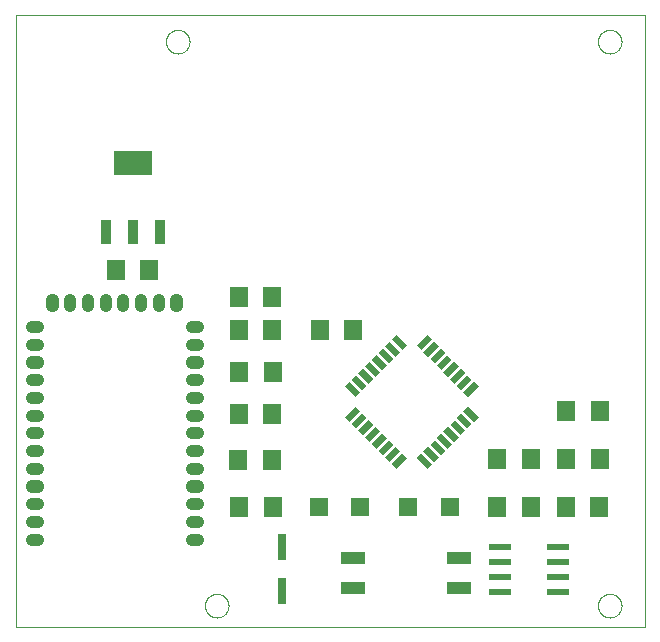
<source format=gtp>
G75*
%MOIN*%
%OFA0B0*%
%FSLAX25Y25*%
%IPPOS*%
%LPD*%
%AMOC8*
5,1,8,0,0,1.08239X$1,22.5*
%
%ADD10C,0.00000*%
%ADD11R,0.06299X0.07098*%
%ADD12R,0.06299X0.07087*%
%ADD13R,0.07900X0.04300*%
%ADD14R,0.07800X0.02100*%
%ADD15R,0.02559X0.08661*%
%ADD16R,0.05000X0.02200*%
%ADD17R,0.02200X0.05000*%
%ADD18R,0.05906X0.05906*%
%ADD19C,0.03898*%
%ADD20R,0.03740X0.08465*%
%ADD21R,0.12795X0.08465*%
D10*
X0018000Y0004000D02*
X0018000Y0207961D01*
X0227701Y0207961D01*
X0227701Y0004000D01*
X0018000Y0004000D01*
X0081063Y0011000D02*
X0081065Y0011125D01*
X0081071Y0011250D01*
X0081081Y0011374D01*
X0081095Y0011498D01*
X0081112Y0011622D01*
X0081134Y0011745D01*
X0081160Y0011867D01*
X0081189Y0011989D01*
X0081222Y0012109D01*
X0081260Y0012228D01*
X0081300Y0012347D01*
X0081345Y0012463D01*
X0081393Y0012578D01*
X0081445Y0012692D01*
X0081501Y0012804D01*
X0081560Y0012914D01*
X0081622Y0013022D01*
X0081688Y0013129D01*
X0081757Y0013233D01*
X0081830Y0013334D01*
X0081905Y0013434D01*
X0081984Y0013531D01*
X0082066Y0013625D01*
X0082151Y0013717D01*
X0082238Y0013806D01*
X0082329Y0013892D01*
X0082422Y0013975D01*
X0082518Y0014056D01*
X0082616Y0014133D01*
X0082716Y0014207D01*
X0082819Y0014278D01*
X0082924Y0014345D01*
X0083032Y0014410D01*
X0083141Y0014470D01*
X0083252Y0014528D01*
X0083365Y0014581D01*
X0083479Y0014631D01*
X0083595Y0014678D01*
X0083712Y0014720D01*
X0083831Y0014759D01*
X0083951Y0014795D01*
X0084072Y0014826D01*
X0084194Y0014854D01*
X0084316Y0014877D01*
X0084440Y0014897D01*
X0084564Y0014913D01*
X0084688Y0014925D01*
X0084813Y0014933D01*
X0084938Y0014937D01*
X0085062Y0014937D01*
X0085187Y0014933D01*
X0085312Y0014925D01*
X0085436Y0014913D01*
X0085560Y0014897D01*
X0085684Y0014877D01*
X0085806Y0014854D01*
X0085928Y0014826D01*
X0086049Y0014795D01*
X0086169Y0014759D01*
X0086288Y0014720D01*
X0086405Y0014678D01*
X0086521Y0014631D01*
X0086635Y0014581D01*
X0086748Y0014528D01*
X0086859Y0014470D01*
X0086969Y0014410D01*
X0087076Y0014345D01*
X0087181Y0014278D01*
X0087284Y0014207D01*
X0087384Y0014133D01*
X0087482Y0014056D01*
X0087578Y0013975D01*
X0087671Y0013892D01*
X0087762Y0013806D01*
X0087849Y0013717D01*
X0087934Y0013625D01*
X0088016Y0013531D01*
X0088095Y0013434D01*
X0088170Y0013334D01*
X0088243Y0013233D01*
X0088312Y0013129D01*
X0088378Y0013022D01*
X0088440Y0012914D01*
X0088499Y0012804D01*
X0088555Y0012692D01*
X0088607Y0012578D01*
X0088655Y0012463D01*
X0088700Y0012347D01*
X0088740Y0012228D01*
X0088778Y0012109D01*
X0088811Y0011989D01*
X0088840Y0011867D01*
X0088866Y0011745D01*
X0088888Y0011622D01*
X0088905Y0011498D01*
X0088919Y0011374D01*
X0088929Y0011250D01*
X0088935Y0011125D01*
X0088937Y0011000D01*
X0088935Y0010875D01*
X0088929Y0010750D01*
X0088919Y0010626D01*
X0088905Y0010502D01*
X0088888Y0010378D01*
X0088866Y0010255D01*
X0088840Y0010133D01*
X0088811Y0010011D01*
X0088778Y0009891D01*
X0088740Y0009772D01*
X0088700Y0009653D01*
X0088655Y0009537D01*
X0088607Y0009422D01*
X0088555Y0009308D01*
X0088499Y0009196D01*
X0088440Y0009086D01*
X0088378Y0008978D01*
X0088312Y0008871D01*
X0088243Y0008767D01*
X0088170Y0008666D01*
X0088095Y0008566D01*
X0088016Y0008469D01*
X0087934Y0008375D01*
X0087849Y0008283D01*
X0087762Y0008194D01*
X0087671Y0008108D01*
X0087578Y0008025D01*
X0087482Y0007944D01*
X0087384Y0007867D01*
X0087284Y0007793D01*
X0087181Y0007722D01*
X0087076Y0007655D01*
X0086968Y0007590D01*
X0086859Y0007530D01*
X0086748Y0007472D01*
X0086635Y0007419D01*
X0086521Y0007369D01*
X0086405Y0007322D01*
X0086288Y0007280D01*
X0086169Y0007241D01*
X0086049Y0007205D01*
X0085928Y0007174D01*
X0085806Y0007146D01*
X0085684Y0007123D01*
X0085560Y0007103D01*
X0085436Y0007087D01*
X0085312Y0007075D01*
X0085187Y0007067D01*
X0085062Y0007063D01*
X0084938Y0007063D01*
X0084813Y0007067D01*
X0084688Y0007075D01*
X0084564Y0007087D01*
X0084440Y0007103D01*
X0084316Y0007123D01*
X0084194Y0007146D01*
X0084072Y0007174D01*
X0083951Y0007205D01*
X0083831Y0007241D01*
X0083712Y0007280D01*
X0083595Y0007322D01*
X0083479Y0007369D01*
X0083365Y0007419D01*
X0083252Y0007472D01*
X0083141Y0007530D01*
X0083031Y0007590D01*
X0082924Y0007655D01*
X0082819Y0007722D01*
X0082716Y0007793D01*
X0082616Y0007867D01*
X0082518Y0007944D01*
X0082422Y0008025D01*
X0082329Y0008108D01*
X0082238Y0008194D01*
X0082151Y0008283D01*
X0082066Y0008375D01*
X0081984Y0008469D01*
X0081905Y0008566D01*
X0081830Y0008666D01*
X0081757Y0008767D01*
X0081688Y0008871D01*
X0081622Y0008978D01*
X0081560Y0009086D01*
X0081501Y0009196D01*
X0081445Y0009308D01*
X0081393Y0009422D01*
X0081345Y0009537D01*
X0081300Y0009653D01*
X0081260Y0009772D01*
X0081222Y0009891D01*
X0081189Y0010011D01*
X0081160Y0010133D01*
X0081134Y0010255D01*
X0081112Y0010378D01*
X0081095Y0010502D01*
X0081081Y0010626D01*
X0081071Y0010750D01*
X0081065Y0010875D01*
X0081063Y0011000D01*
X0212063Y0011000D02*
X0212065Y0011125D01*
X0212071Y0011250D01*
X0212081Y0011374D01*
X0212095Y0011498D01*
X0212112Y0011622D01*
X0212134Y0011745D01*
X0212160Y0011867D01*
X0212189Y0011989D01*
X0212222Y0012109D01*
X0212260Y0012228D01*
X0212300Y0012347D01*
X0212345Y0012463D01*
X0212393Y0012578D01*
X0212445Y0012692D01*
X0212501Y0012804D01*
X0212560Y0012914D01*
X0212622Y0013022D01*
X0212688Y0013129D01*
X0212757Y0013233D01*
X0212830Y0013334D01*
X0212905Y0013434D01*
X0212984Y0013531D01*
X0213066Y0013625D01*
X0213151Y0013717D01*
X0213238Y0013806D01*
X0213329Y0013892D01*
X0213422Y0013975D01*
X0213518Y0014056D01*
X0213616Y0014133D01*
X0213716Y0014207D01*
X0213819Y0014278D01*
X0213924Y0014345D01*
X0214032Y0014410D01*
X0214141Y0014470D01*
X0214252Y0014528D01*
X0214365Y0014581D01*
X0214479Y0014631D01*
X0214595Y0014678D01*
X0214712Y0014720D01*
X0214831Y0014759D01*
X0214951Y0014795D01*
X0215072Y0014826D01*
X0215194Y0014854D01*
X0215316Y0014877D01*
X0215440Y0014897D01*
X0215564Y0014913D01*
X0215688Y0014925D01*
X0215813Y0014933D01*
X0215938Y0014937D01*
X0216062Y0014937D01*
X0216187Y0014933D01*
X0216312Y0014925D01*
X0216436Y0014913D01*
X0216560Y0014897D01*
X0216684Y0014877D01*
X0216806Y0014854D01*
X0216928Y0014826D01*
X0217049Y0014795D01*
X0217169Y0014759D01*
X0217288Y0014720D01*
X0217405Y0014678D01*
X0217521Y0014631D01*
X0217635Y0014581D01*
X0217748Y0014528D01*
X0217859Y0014470D01*
X0217969Y0014410D01*
X0218076Y0014345D01*
X0218181Y0014278D01*
X0218284Y0014207D01*
X0218384Y0014133D01*
X0218482Y0014056D01*
X0218578Y0013975D01*
X0218671Y0013892D01*
X0218762Y0013806D01*
X0218849Y0013717D01*
X0218934Y0013625D01*
X0219016Y0013531D01*
X0219095Y0013434D01*
X0219170Y0013334D01*
X0219243Y0013233D01*
X0219312Y0013129D01*
X0219378Y0013022D01*
X0219440Y0012914D01*
X0219499Y0012804D01*
X0219555Y0012692D01*
X0219607Y0012578D01*
X0219655Y0012463D01*
X0219700Y0012347D01*
X0219740Y0012228D01*
X0219778Y0012109D01*
X0219811Y0011989D01*
X0219840Y0011867D01*
X0219866Y0011745D01*
X0219888Y0011622D01*
X0219905Y0011498D01*
X0219919Y0011374D01*
X0219929Y0011250D01*
X0219935Y0011125D01*
X0219937Y0011000D01*
X0219935Y0010875D01*
X0219929Y0010750D01*
X0219919Y0010626D01*
X0219905Y0010502D01*
X0219888Y0010378D01*
X0219866Y0010255D01*
X0219840Y0010133D01*
X0219811Y0010011D01*
X0219778Y0009891D01*
X0219740Y0009772D01*
X0219700Y0009653D01*
X0219655Y0009537D01*
X0219607Y0009422D01*
X0219555Y0009308D01*
X0219499Y0009196D01*
X0219440Y0009086D01*
X0219378Y0008978D01*
X0219312Y0008871D01*
X0219243Y0008767D01*
X0219170Y0008666D01*
X0219095Y0008566D01*
X0219016Y0008469D01*
X0218934Y0008375D01*
X0218849Y0008283D01*
X0218762Y0008194D01*
X0218671Y0008108D01*
X0218578Y0008025D01*
X0218482Y0007944D01*
X0218384Y0007867D01*
X0218284Y0007793D01*
X0218181Y0007722D01*
X0218076Y0007655D01*
X0217968Y0007590D01*
X0217859Y0007530D01*
X0217748Y0007472D01*
X0217635Y0007419D01*
X0217521Y0007369D01*
X0217405Y0007322D01*
X0217288Y0007280D01*
X0217169Y0007241D01*
X0217049Y0007205D01*
X0216928Y0007174D01*
X0216806Y0007146D01*
X0216684Y0007123D01*
X0216560Y0007103D01*
X0216436Y0007087D01*
X0216312Y0007075D01*
X0216187Y0007067D01*
X0216062Y0007063D01*
X0215938Y0007063D01*
X0215813Y0007067D01*
X0215688Y0007075D01*
X0215564Y0007087D01*
X0215440Y0007103D01*
X0215316Y0007123D01*
X0215194Y0007146D01*
X0215072Y0007174D01*
X0214951Y0007205D01*
X0214831Y0007241D01*
X0214712Y0007280D01*
X0214595Y0007322D01*
X0214479Y0007369D01*
X0214365Y0007419D01*
X0214252Y0007472D01*
X0214141Y0007530D01*
X0214031Y0007590D01*
X0213924Y0007655D01*
X0213819Y0007722D01*
X0213716Y0007793D01*
X0213616Y0007867D01*
X0213518Y0007944D01*
X0213422Y0008025D01*
X0213329Y0008108D01*
X0213238Y0008194D01*
X0213151Y0008283D01*
X0213066Y0008375D01*
X0212984Y0008469D01*
X0212905Y0008566D01*
X0212830Y0008666D01*
X0212757Y0008767D01*
X0212688Y0008871D01*
X0212622Y0008978D01*
X0212560Y0009086D01*
X0212501Y0009196D01*
X0212445Y0009308D01*
X0212393Y0009422D01*
X0212345Y0009537D01*
X0212300Y0009653D01*
X0212260Y0009772D01*
X0212222Y0009891D01*
X0212189Y0010011D01*
X0212160Y0010133D01*
X0212134Y0010255D01*
X0212112Y0010378D01*
X0212095Y0010502D01*
X0212081Y0010626D01*
X0212071Y0010750D01*
X0212065Y0010875D01*
X0212063Y0011000D01*
X0212063Y0199000D02*
X0212065Y0199125D01*
X0212071Y0199250D01*
X0212081Y0199374D01*
X0212095Y0199498D01*
X0212112Y0199622D01*
X0212134Y0199745D01*
X0212160Y0199867D01*
X0212189Y0199989D01*
X0212222Y0200109D01*
X0212260Y0200228D01*
X0212300Y0200347D01*
X0212345Y0200463D01*
X0212393Y0200578D01*
X0212445Y0200692D01*
X0212501Y0200804D01*
X0212560Y0200914D01*
X0212622Y0201022D01*
X0212688Y0201129D01*
X0212757Y0201233D01*
X0212830Y0201334D01*
X0212905Y0201434D01*
X0212984Y0201531D01*
X0213066Y0201625D01*
X0213151Y0201717D01*
X0213238Y0201806D01*
X0213329Y0201892D01*
X0213422Y0201975D01*
X0213518Y0202056D01*
X0213616Y0202133D01*
X0213716Y0202207D01*
X0213819Y0202278D01*
X0213924Y0202345D01*
X0214032Y0202410D01*
X0214141Y0202470D01*
X0214252Y0202528D01*
X0214365Y0202581D01*
X0214479Y0202631D01*
X0214595Y0202678D01*
X0214712Y0202720D01*
X0214831Y0202759D01*
X0214951Y0202795D01*
X0215072Y0202826D01*
X0215194Y0202854D01*
X0215316Y0202877D01*
X0215440Y0202897D01*
X0215564Y0202913D01*
X0215688Y0202925D01*
X0215813Y0202933D01*
X0215938Y0202937D01*
X0216062Y0202937D01*
X0216187Y0202933D01*
X0216312Y0202925D01*
X0216436Y0202913D01*
X0216560Y0202897D01*
X0216684Y0202877D01*
X0216806Y0202854D01*
X0216928Y0202826D01*
X0217049Y0202795D01*
X0217169Y0202759D01*
X0217288Y0202720D01*
X0217405Y0202678D01*
X0217521Y0202631D01*
X0217635Y0202581D01*
X0217748Y0202528D01*
X0217859Y0202470D01*
X0217969Y0202410D01*
X0218076Y0202345D01*
X0218181Y0202278D01*
X0218284Y0202207D01*
X0218384Y0202133D01*
X0218482Y0202056D01*
X0218578Y0201975D01*
X0218671Y0201892D01*
X0218762Y0201806D01*
X0218849Y0201717D01*
X0218934Y0201625D01*
X0219016Y0201531D01*
X0219095Y0201434D01*
X0219170Y0201334D01*
X0219243Y0201233D01*
X0219312Y0201129D01*
X0219378Y0201022D01*
X0219440Y0200914D01*
X0219499Y0200804D01*
X0219555Y0200692D01*
X0219607Y0200578D01*
X0219655Y0200463D01*
X0219700Y0200347D01*
X0219740Y0200228D01*
X0219778Y0200109D01*
X0219811Y0199989D01*
X0219840Y0199867D01*
X0219866Y0199745D01*
X0219888Y0199622D01*
X0219905Y0199498D01*
X0219919Y0199374D01*
X0219929Y0199250D01*
X0219935Y0199125D01*
X0219937Y0199000D01*
X0219935Y0198875D01*
X0219929Y0198750D01*
X0219919Y0198626D01*
X0219905Y0198502D01*
X0219888Y0198378D01*
X0219866Y0198255D01*
X0219840Y0198133D01*
X0219811Y0198011D01*
X0219778Y0197891D01*
X0219740Y0197772D01*
X0219700Y0197653D01*
X0219655Y0197537D01*
X0219607Y0197422D01*
X0219555Y0197308D01*
X0219499Y0197196D01*
X0219440Y0197086D01*
X0219378Y0196978D01*
X0219312Y0196871D01*
X0219243Y0196767D01*
X0219170Y0196666D01*
X0219095Y0196566D01*
X0219016Y0196469D01*
X0218934Y0196375D01*
X0218849Y0196283D01*
X0218762Y0196194D01*
X0218671Y0196108D01*
X0218578Y0196025D01*
X0218482Y0195944D01*
X0218384Y0195867D01*
X0218284Y0195793D01*
X0218181Y0195722D01*
X0218076Y0195655D01*
X0217968Y0195590D01*
X0217859Y0195530D01*
X0217748Y0195472D01*
X0217635Y0195419D01*
X0217521Y0195369D01*
X0217405Y0195322D01*
X0217288Y0195280D01*
X0217169Y0195241D01*
X0217049Y0195205D01*
X0216928Y0195174D01*
X0216806Y0195146D01*
X0216684Y0195123D01*
X0216560Y0195103D01*
X0216436Y0195087D01*
X0216312Y0195075D01*
X0216187Y0195067D01*
X0216062Y0195063D01*
X0215938Y0195063D01*
X0215813Y0195067D01*
X0215688Y0195075D01*
X0215564Y0195087D01*
X0215440Y0195103D01*
X0215316Y0195123D01*
X0215194Y0195146D01*
X0215072Y0195174D01*
X0214951Y0195205D01*
X0214831Y0195241D01*
X0214712Y0195280D01*
X0214595Y0195322D01*
X0214479Y0195369D01*
X0214365Y0195419D01*
X0214252Y0195472D01*
X0214141Y0195530D01*
X0214031Y0195590D01*
X0213924Y0195655D01*
X0213819Y0195722D01*
X0213716Y0195793D01*
X0213616Y0195867D01*
X0213518Y0195944D01*
X0213422Y0196025D01*
X0213329Y0196108D01*
X0213238Y0196194D01*
X0213151Y0196283D01*
X0213066Y0196375D01*
X0212984Y0196469D01*
X0212905Y0196566D01*
X0212830Y0196666D01*
X0212757Y0196767D01*
X0212688Y0196871D01*
X0212622Y0196978D01*
X0212560Y0197086D01*
X0212501Y0197196D01*
X0212445Y0197308D01*
X0212393Y0197422D01*
X0212345Y0197537D01*
X0212300Y0197653D01*
X0212260Y0197772D01*
X0212222Y0197891D01*
X0212189Y0198011D01*
X0212160Y0198133D01*
X0212134Y0198255D01*
X0212112Y0198378D01*
X0212095Y0198502D01*
X0212081Y0198626D01*
X0212071Y0198750D01*
X0212065Y0198875D01*
X0212063Y0199000D01*
X0068063Y0199000D02*
X0068065Y0199125D01*
X0068071Y0199250D01*
X0068081Y0199374D01*
X0068095Y0199498D01*
X0068112Y0199622D01*
X0068134Y0199745D01*
X0068160Y0199867D01*
X0068189Y0199989D01*
X0068222Y0200109D01*
X0068260Y0200228D01*
X0068300Y0200347D01*
X0068345Y0200463D01*
X0068393Y0200578D01*
X0068445Y0200692D01*
X0068501Y0200804D01*
X0068560Y0200914D01*
X0068622Y0201022D01*
X0068688Y0201129D01*
X0068757Y0201233D01*
X0068830Y0201334D01*
X0068905Y0201434D01*
X0068984Y0201531D01*
X0069066Y0201625D01*
X0069151Y0201717D01*
X0069238Y0201806D01*
X0069329Y0201892D01*
X0069422Y0201975D01*
X0069518Y0202056D01*
X0069616Y0202133D01*
X0069716Y0202207D01*
X0069819Y0202278D01*
X0069924Y0202345D01*
X0070032Y0202410D01*
X0070141Y0202470D01*
X0070252Y0202528D01*
X0070365Y0202581D01*
X0070479Y0202631D01*
X0070595Y0202678D01*
X0070712Y0202720D01*
X0070831Y0202759D01*
X0070951Y0202795D01*
X0071072Y0202826D01*
X0071194Y0202854D01*
X0071316Y0202877D01*
X0071440Y0202897D01*
X0071564Y0202913D01*
X0071688Y0202925D01*
X0071813Y0202933D01*
X0071938Y0202937D01*
X0072062Y0202937D01*
X0072187Y0202933D01*
X0072312Y0202925D01*
X0072436Y0202913D01*
X0072560Y0202897D01*
X0072684Y0202877D01*
X0072806Y0202854D01*
X0072928Y0202826D01*
X0073049Y0202795D01*
X0073169Y0202759D01*
X0073288Y0202720D01*
X0073405Y0202678D01*
X0073521Y0202631D01*
X0073635Y0202581D01*
X0073748Y0202528D01*
X0073859Y0202470D01*
X0073969Y0202410D01*
X0074076Y0202345D01*
X0074181Y0202278D01*
X0074284Y0202207D01*
X0074384Y0202133D01*
X0074482Y0202056D01*
X0074578Y0201975D01*
X0074671Y0201892D01*
X0074762Y0201806D01*
X0074849Y0201717D01*
X0074934Y0201625D01*
X0075016Y0201531D01*
X0075095Y0201434D01*
X0075170Y0201334D01*
X0075243Y0201233D01*
X0075312Y0201129D01*
X0075378Y0201022D01*
X0075440Y0200914D01*
X0075499Y0200804D01*
X0075555Y0200692D01*
X0075607Y0200578D01*
X0075655Y0200463D01*
X0075700Y0200347D01*
X0075740Y0200228D01*
X0075778Y0200109D01*
X0075811Y0199989D01*
X0075840Y0199867D01*
X0075866Y0199745D01*
X0075888Y0199622D01*
X0075905Y0199498D01*
X0075919Y0199374D01*
X0075929Y0199250D01*
X0075935Y0199125D01*
X0075937Y0199000D01*
X0075935Y0198875D01*
X0075929Y0198750D01*
X0075919Y0198626D01*
X0075905Y0198502D01*
X0075888Y0198378D01*
X0075866Y0198255D01*
X0075840Y0198133D01*
X0075811Y0198011D01*
X0075778Y0197891D01*
X0075740Y0197772D01*
X0075700Y0197653D01*
X0075655Y0197537D01*
X0075607Y0197422D01*
X0075555Y0197308D01*
X0075499Y0197196D01*
X0075440Y0197086D01*
X0075378Y0196978D01*
X0075312Y0196871D01*
X0075243Y0196767D01*
X0075170Y0196666D01*
X0075095Y0196566D01*
X0075016Y0196469D01*
X0074934Y0196375D01*
X0074849Y0196283D01*
X0074762Y0196194D01*
X0074671Y0196108D01*
X0074578Y0196025D01*
X0074482Y0195944D01*
X0074384Y0195867D01*
X0074284Y0195793D01*
X0074181Y0195722D01*
X0074076Y0195655D01*
X0073968Y0195590D01*
X0073859Y0195530D01*
X0073748Y0195472D01*
X0073635Y0195419D01*
X0073521Y0195369D01*
X0073405Y0195322D01*
X0073288Y0195280D01*
X0073169Y0195241D01*
X0073049Y0195205D01*
X0072928Y0195174D01*
X0072806Y0195146D01*
X0072684Y0195123D01*
X0072560Y0195103D01*
X0072436Y0195087D01*
X0072312Y0195075D01*
X0072187Y0195067D01*
X0072062Y0195063D01*
X0071938Y0195063D01*
X0071813Y0195067D01*
X0071688Y0195075D01*
X0071564Y0195087D01*
X0071440Y0195103D01*
X0071316Y0195123D01*
X0071194Y0195146D01*
X0071072Y0195174D01*
X0070951Y0195205D01*
X0070831Y0195241D01*
X0070712Y0195280D01*
X0070595Y0195322D01*
X0070479Y0195369D01*
X0070365Y0195419D01*
X0070252Y0195472D01*
X0070141Y0195530D01*
X0070031Y0195590D01*
X0069924Y0195655D01*
X0069819Y0195722D01*
X0069716Y0195793D01*
X0069616Y0195867D01*
X0069518Y0195944D01*
X0069422Y0196025D01*
X0069329Y0196108D01*
X0069238Y0196194D01*
X0069151Y0196283D01*
X0069066Y0196375D01*
X0068984Y0196469D01*
X0068905Y0196566D01*
X0068830Y0196666D01*
X0068757Y0196767D01*
X0068688Y0196871D01*
X0068622Y0196978D01*
X0068560Y0197086D01*
X0068501Y0197196D01*
X0068445Y0197308D01*
X0068393Y0197422D01*
X0068345Y0197537D01*
X0068300Y0197653D01*
X0068260Y0197772D01*
X0068222Y0197891D01*
X0068189Y0198011D01*
X0068160Y0198133D01*
X0068134Y0198255D01*
X0068112Y0198378D01*
X0068095Y0198502D01*
X0068081Y0198626D01*
X0068071Y0198750D01*
X0068065Y0198875D01*
X0068063Y0199000D01*
D11*
X0092402Y0089000D03*
X0103598Y0089000D03*
X0103448Y0059600D03*
X0092252Y0059600D03*
X0092402Y0044000D03*
X0103598Y0044000D03*
X0178402Y0044000D03*
X0189598Y0044000D03*
X0189598Y0060000D03*
X0178402Y0060000D03*
X0201402Y0060000D03*
X0212598Y0060000D03*
X0212598Y0076000D03*
X0201402Y0076000D03*
D12*
X0201488Y0044000D03*
X0212512Y0044000D03*
X0130512Y0103000D03*
X0119488Y0103000D03*
X0103512Y0103000D03*
X0092488Y0103000D03*
X0092488Y0114000D03*
X0103512Y0114000D03*
X0062512Y0123000D03*
X0051488Y0123000D03*
X0092488Y0075000D03*
X0103512Y0075000D03*
D13*
X0130300Y0027000D03*
X0130300Y0017000D03*
X0165700Y0017000D03*
X0165700Y0027000D03*
D14*
X0179300Y0025500D03*
X0179300Y0030500D03*
X0179300Y0020500D03*
X0179300Y0015500D03*
X0198700Y0015500D03*
X0198700Y0020500D03*
X0198700Y0025500D03*
X0198700Y0030500D03*
D15*
X0106787Y0030480D03*
X0106787Y0015913D03*
D16*
G36*
X0153166Y0061800D02*
X0156700Y0058266D01*
X0155144Y0056710D01*
X0151610Y0060244D01*
X0153166Y0061800D01*
G37*
G36*
X0155393Y0064027D02*
X0158927Y0060493D01*
X0157371Y0058937D01*
X0153837Y0062471D01*
X0155393Y0064027D01*
G37*
G36*
X0157620Y0066254D02*
X0161154Y0062720D01*
X0159598Y0061164D01*
X0156064Y0064698D01*
X0157620Y0066254D01*
G37*
G36*
X0159848Y0068481D02*
X0163382Y0064947D01*
X0161826Y0063391D01*
X0158292Y0066925D01*
X0159848Y0068481D01*
G37*
G36*
X0162075Y0070708D02*
X0165609Y0067174D01*
X0164053Y0065618D01*
X0160519Y0069152D01*
X0162075Y0070708D01*
G37*
G36*
X0164302Y0072936D02*
X0167836Y0069402D01*
X0166280Y0067846D01*
X0162746Y0071380D01*
X0164302Y0072936D01*
G37*
G36*
X0166529Y0075163D02*
X0170063Y0071629D01*
X0168507Y0070073D01*
X0164973Y0073607D01*
X0166529Y0075163D01*
G37*
G36*
X0168756Y0077390D02*
X0172290Y0073856D01*
X0170734Y0072300D01*
X0167200Y0075834D01*
X0168756Y0077390D01*
G37*
G36*
X0144856Y0101290D02*
X0148390Y0097756D01*
X0146834Y0096200D01*
X0143300Y0099734D01*
X0144856Y0101290D01*
G37*
G36*
X0142629Y0099063D02*
X0146163Y0095529D01*
X0144607Y0093973D01*
X0141073Y0097507D01*
X0142629Y0099063D01*
G37*
G36*
X0140402Y0096836D02*
X0143936Y0093302D01*
X0142380Y0091746D01*
X0138846Y0095280D01*
X0140402Y0096836D01*
G37*
G36*
X0138174Y0094609D02*
X0141708Y0091075D01*
X0140152Y0089519D01*
X0136618Y0093053D01*
X0138174Y0094609D01*
G37*
G36*
X0135947Y0092382D02*
X0139481Y0088848D01*
X0137925Y0087292D01*
X0134391Y0090826D01*
X0135947Y0092382D01*
G37*
G36*
X0133720Y0090154D02*
X0137254Y0086620D01*
X0135698Y0085064D01*
X0132164Y0088598D01*
X0133720Y0090154D01*
G37*
G36*
X0131493Y0087927D02*
X0135027Y0084393D01*
X0133471Y0082837D01*
X0129937Y0086371D01*
X0131493Y0087927D01*
G37*
G36*
X0129266Y0085700D02*
X0132800Y0082166D01*
X0131244Y0080610D01*
X0127710Y0084144D01*
X0129266Y0085700D01*
G37*
D17*
G36*
X0131244Y0077390D02*
X0132800Y0075834D01*
X0129266Y0072300D01*
X0127710Y0073856D01*
X0131244Y0077390D01*
G37*
G36*
X0133471Y0075163D02*
X0135027Y0073607D01*
X0131493Y0070073D01*
X0129937Y0071629D01*
X0133471Y0075163D01*
G37*
G36*
X0135698Y0072936D02*
X0137254Y0071380D01*
X0133720Y0067846D01*
X0132164Y0069402D01*
X0135698Y0072936D01*
G37*
G36*
X0137925Y0070708D02*
X0139481Y0069152D01*
X0135947Y0065618D01*
X0134391Y0067174D01*
X0137925Y0070708D01*
G37*
G36*
X0140152Y0068481D02*
X0141708Y0066925D01*
X0138174Y0063391D01*
X0136618Y0064947D01*
X0140152Y0068481D01*
G37*
G36*
X0142380Y0066254D02*
X0143936Y0064698D01*
X0140402Y0061164D01*
X0138846Y0062720D01*
X0142380Y0066254D01*
G37*
G36*
X0144607Y0064027D02*
X0146163Y0062471D01*
X0142629Y0058937D01*
X0141073Y0060493D01*
X0144607Y0064027D01*
G37*
G36*
X0146834Y0061800D02*
X0148390Y0060244D01*
X0144856Y0056710D01*
X0143300Y0058266D01*
X0146834Y0061800D01*
G37*
G36*
X0170734Y0085700D02*
X0172290Y0084144D01*
X0168756Y0080610D01*
X0167200Y0082166D01*
X0170734Y0085700D01*
G37*
G36*
X0168507Y0087927D02*
X0170063Y0086371D01*
X0166529Y0082837D01*
X0164973Y0084393D01*
X0168507Y0087927D01*
G37*
G36*
X0166280Y0090154D02*
X0167836Y0088598D01*
X0164302Y0085064D01*
X0162746Y0086620D01*
X0166280Y0090154D01*
G37*
G36*
X0164053Y0092382D02*
X0165609Y0090826D01*
X0162075Y0087292D01*
X0160519Y0088848D01*
X0164053Y0092382D01*
G37*
G36*
X0161826Y0094609D02*
X0163382Y0093053D01*
X0159848Y0089519D01*
X0158292Y0091075D01*
X0161826Y0094609D01*
G37*
G36*
X0159598Y0096836D02*
X0161154Y0095280D01*
X0157620Y0091746D01*
X0156064Y0093302D01*
X0159598Y0096836D01*
G37*
G36*
X0157371Y0099063D02*
X0158927Y0097507D01*
X0155393Y0093973D01*
X0153837Y0095529D01*
X0157371Y0099063D01*
G37*
G36*
X0155144Y0101290D02*
X0156700Y0099734D01*
X0153166Y0096200D01*
X0151610Y0097756D01*
X0155144Y0101290D01*
G37*
D18*
X0148810Y0044000D03*
X0162590Y0044000D03*
X0132890Y0044000D03*
X0119110Y0044000D03*
D19*
X0078658Y0044830D02*
X0076650Y0044830D01*
X0078658Y0044830D02*
X0078658Y0044792D01*
X0076650Y0044792D01*
X0076650Y0044830D01*
X0076650Y0050736D02*
X0078658Y0050736D01*
X0078658Y0050698D01*
X0076650Y0050698D01*
X0076650Y0050736D01*
X0076650Y0056641D02*
X0078658Y0056641D01*
X0078658Y0056603D01*
X0076650Y0056603D01*
X0076650Y0056641D01*
X0076650Y0062547D02*
X0078658Y0062547D01*
X0078658Y0062509D01*
X0076650Y0062509D01*
X0076650Y0062547D01*
X0076650Y0068452D02*
X0078658Y0068452D01*
X0078658Y0068414D01*
X0076650Y0068414D01*
X0076650Y0068452D01*
X0076650Y0074358D02*
X0078658Y0074358D01*
X0078658Y0074320D01*
X0076650Y0074320D01*
X0076650Y0074358D01*
X0076650Y0080263D02*
X0078658Y0080263D01*
X0078658Y0080225D01*
X0076650Y0080225D01*
X0076650Y0080263D01*
X0076650Y0086169D02*
X0078658Y0086169D01*
X0078658Y0086131D01*
X0076650Y0086131D01*
X0076650Y0086169D01*
X0076650Y0092074D02*
X0078658Y0092074D01*
X0078658Y0092036D01*
X0076650Y0092036D01*
X0076650Y0092074D01*
X0076650Y0097980D02*
X0078658Y0097980D01*
X0078658Y0097942D01*
X0076650Y0097942D01*
X0076650Y0097980D01*
X0076650Y0103885D02*
X0078658Y0103885D01*
X0078658Y0103847D01*
X0076650Y0103847D01*
X0076650Y0103885D01*
X0071572Y0111012D02*
X0071572Y0113020D01*
X0071610Y0113020D01*
X0071610Y0111012D01*
X0071572Y0111012D01*
X0065666Y0111012D02*
X0065666Y0113020D01*
X0065704Y0113020D01*
X0065704Y0111012D01*
X0065666Y0111012D01*
X0059761Y0111012D02*
X0059761Y0113020D01*
X0059799Y0113020D01*
X0059799Y0111012D01*
X0059761Y0111012D01*
X0053855Y0111012D02*
X0053855Y0113020D01*
X0053893Y0113020D01*
X0053893Y0111012D01*
X0053855Y0111012D01*
X0047950Y0111012D02*
X0047950Y0113020D01*
X0047988Y0113020D01*
X0047988Y0111012D01*
X0047950Y0111012D01*
X0042044Y0111012D02*
X0042044Y0113020D01*
X0042082Y0113020D01*
X0042082Y0111012D01*
X0042044Y0111012D01*
X0036138Y0111012D02*
X0036138Y0113020D01*
X0036176Y0113020D01*
X0036176Y0111012D01*
X0036138Y0111012D01*
X0030233Y0111012D02*
X0030233Y0113020D01*
X0030271Y0113020D01*
X0030271Y0111012D01*
X0030233Y0111012D01*
X0025350Y0103847D02*
X0023342Y0103847D01*
X0023342Y0103885D01*
X0025350Y0103885D01*
X0025350Y0103847D01*
X0025350Y0097942D02*
X0023342Y0097942D01*
X0023342Y0097980D01*
X0025350Y0097980D01*
X0025350Y0097942D01*
X0025350Y0092036D02*
X0023342Y0092036D01*
X0023342Y0092074D01*
X0025350Y0092074D01*
X0025350Y0092036D01*
X0025350Y0086131D02*
X0023342Y0086131D01*
X0023342Y0086169D01*
X0025350Y0086169D01*
X0025350Y0086131D01*
X0025350Y0080225D02*
X0023342Y0080225D01*
X0023342Y0080263D01*
X0025350Y0080263D01*
X0025350Y0080225D01*
X0025350Y0074320D02*
X0023342Y0074320D01*
X0023342Y0074358D01*
X0025350Y0074358D01*
X0025350Y0074320D01*
X0025350Y0068414D02*
X0023342Y0068414D01*
X0023342Y0068452D01*
X0025350Y0068452D01*
X0025350Y0068414D01*
X0025350Y0062509D02*
X0023342Y0062509D01*
X0023342Y0062547D01*
X0025350Y0062547D01*
X0025350Y0062509D01*
X0025350Y0056603D02*
X0023342Y0056603D01*
X0023342Y0056641D01*
X0025350Y0056641D01*
X0025350Y0056603D01*
X0025350Y0050698D02*
X0023342Y0050698D01*
X0023342Y0050736D01*
X0025350Y0050736D01*
X0025350Y0050698D01*
X0025350Y0044792D02*
X0023342Y0044792D01*
X0023342Y0044830D01*
X0025350Y0044830D01*
X0025350Y0044792D01*
X0025350Y0038887D02*
X0023342Y0038887D01*
X0023342Y0038925D01*
X0025350Y0038925D01*
X0025350Y0038887D01*
X0025350Y0032981D02*
X0023342Y0032981D01*
X0023342Y0033019D01*
X0025350Y0033019D01*
X0025350Y0032981D01*
X0076650Y0033019D02*
X0078658Y0033019D01*
X0078658Y0032981D01*
X0076650Y0032981D01*
X0076650Y0033019D01*
X0076650Y0038925D02*
X0078658Y0038925D01*
X0078658Y0038887D01*
X0076650Y0038887D01*
X0076650Y0038925D01*
D20*
X0066055Y0135583D03*
X0057000Y0135583D03*
X0047945Y0135583D03*
D21*
X0057000Y0158417D03*
M02*

</source>
